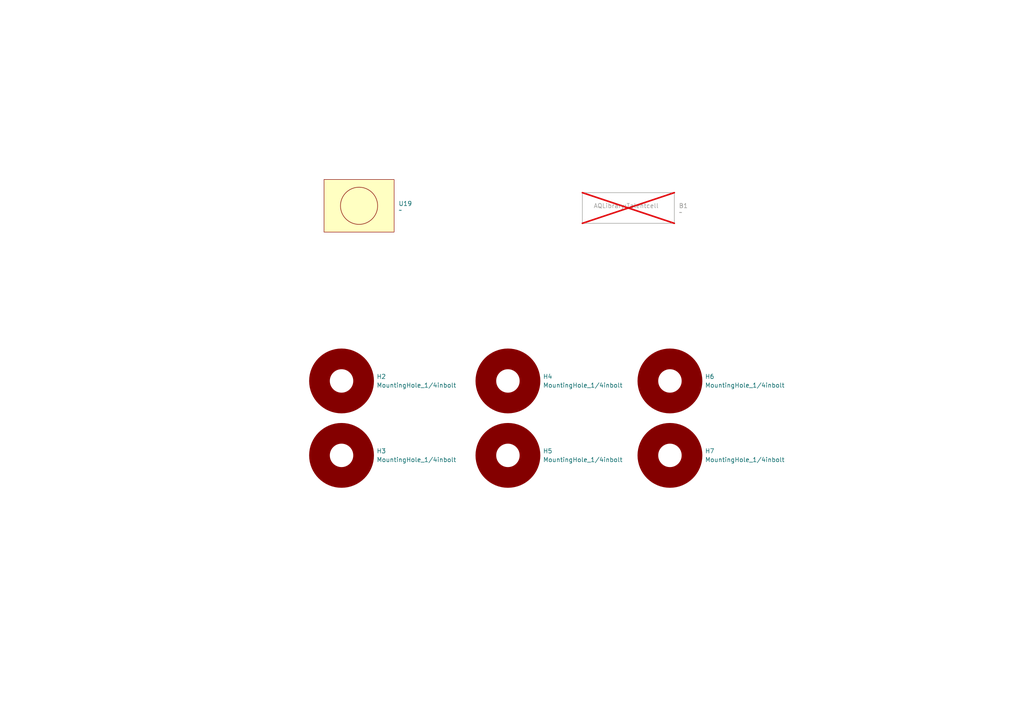
<source format=kicad_sch>
(kicad_sch (version 20250114) (generator "eeschema") (generator_version "9.0")
  (paper "A4")
  (title_block (title "MothBox") (date "2025-07-12") (rev "5.0.1") (company "Digital Naturalism Laboritories"))
  (lib_symbols
    (symbol "MothBox_Symbol_Library:MountingHole_1/4inbolt" (pin_names (offset 1.016)) (in_bom no)
      (property "Reference" "H" (at 0 5.08 0))
      (property "Value" "MountingHole_1/4inbolt" (at 0 3.175 0))
      (symbol "MountingHole_1/4inbolt_0_1"
        (circle (center 0 0) (radius 6.4) (stroke (width 6)))
      )
    )
    (symbol "MothBox_Symbol_Library:Talentcell" (in_bom no)
      (property "Reference" "B" (at 0 0 0))
      (symbol "Talentcell_0_1"
        (rectangle (start -12.7 3.81) (end 13.97 -5.08))
      )
    )
    (symbol "MothBox_Symbol_Library:camera2"
      (property "Reference" "U" (at 0 8.636 0))
      (symbol "camera2_0_1"
        (circle (center 0 0) (radius 5.3882))
      )
      (symbol "camera2_1_1"
        (rectangle (start -10.16 7.62) (end 10.16 -7.62) (fill (type background)))
      )
    )
  )
  (symbol (lib_id "MothBox_Symbol_Library:MountingHole_1/4inbolt") (at 147.32 110.49 0) (unit 1) (in_bom no)
    (property "Reference" "H4" (at 157.48 109.2199 0) (effects (justify left)))
    (property "Value" "MountingHole_1/4inbolt" (at 157.48 111.7599 0) (effects (justify left)))
    (property "Footprint" "MountingHole:MountingHole_6.4mm_M6_Pad" (effects (hide yes)))
    (property "Description" "Mounting Hole without connection" (effects (hide yes)))
  )
  (symbol (lib_id "MothBox_Symbol_Library:MountingHole_1/4inbolt") (at 147.32 132.08 0) (unit 1) (in_bom no)
    (property "Reference" "H5" (at 157.48 130.8099 0) (effects (justify left)))
    (property "Value" "MountingHole_1/4inbolt" (at 157.48 133.3499 0) (effects (justify left)))
    (property "Footprint" "MountingHole:MountingHole_6.4mm_M6_Pad" (effects (hide yes)))
    (property "Description" "Mounting Hole without connection" (effects (hide yes)))
  )
  (symbol (lib_id "MothBox_Symbol_Library:camera2") (at 104.14 59.69 0) (unit 1) (in_bom no)
    (property "Reference" "U19" (at 115.57 59.0549 0) (effects (justify left)))
    (property "Value" "~" (at 115.57 60.96 0) (effects (justify left)))
    (property "Footprint" "Attractor:Arducam Owlsight" (effects (hide yes)))
  )
  (symbol (lib_id "MothBox_Symbol_Library:MountingHole_1/4inbolt") (at 99.06 110.49 0) (unit 1) (in_bom no)
    (property "Reference" "H2" (at 109.22 109.2199 0) (effects (justify left)))
    (property "Value" "MountingHole_1/4inbolt" (at 109.22 111.7599 0) (effects (justify left)))
    (property "Footprint" "MountingHole:MountingHole_6.4mm_M6_Pad" (effects (hide yes)))
    (property "Description" "Mounting Hole without connection" (effects (hide yes)))
  )
  (symbol (lib_id "MothBox_Symbol_Library:MountingHole_1/4inbolt") (at 99.06 132.08 0) (unit 1) (in_bom no)
    (property "Reference" "H3" (at 109.22 130.8099 0) (effects (justify left)))
    (property "Value" "MountingHole_1/4inbolt" (at 109.22 133.3499 0) (effects (justify left)))
    (property "Footprint" "MountingHole:MountingHole_6.4mm_M6_Pad" (effects (hide yes)))
    (property "Description" "Mounting Hole without connection" (effects (hide yes)))
  )
  (symbol (lib_id "MothBox_Symbol_Library:MountingHole_1/4inbolt") (at 194.31 132.08 0) (unit 1) (in_bom no)
    (property "Reference" "H7" (at 204.47 130.8099 0) (effects (justify left)))
    (property "Value" "MountingHole_1/4inbolt" (at 204.47 133.3499 0) (effects (justify left)))
    (property "Footprint" "MountingHole:MountingHole_6.4mm_M6_Pad" (effects (hide yes)))
    (property "Description" "Mounting Hole without connection" (effects (hide yes)))
  )
  (symbol (lib_id "MothBox_Symbol_Library:MountingHole_1/4inbolt") (at 194.31 110.49 0) (unit 1) (in_bom no)
    (property "Reference" "H6" (at 204.47 109.2199 0) (effects (justify left)))
    (property "Value" "MountingHole_1/4inbolt" (at 204.47 111.7599 0) (effects (justify left)))
    (property "Footprint" "MountingHole:MountingHole_6.4mm_M6_Pad" (effects (hide yes)))
    (property "Description" "Mounting Hole without connection" (effects (hide yes)))
  )
  (symbol (lib_id "MothBox_Symbol_Library:Talentcell") (at 181.61 59.69 0) (unit 1) (exclude_from_sim yes) (in_bom no) (dnp yes)
    (property "Reference" "B1" (at 196.85 59.6899 0) (effects (justify left)))
    (property "Value" "~" (at 196.85 61.595 0) (effects (justify left)))
    (property "Footprint" "AQLibrary:Talentcell" (at 181.61 59.69 0))
  )
)
</source>
